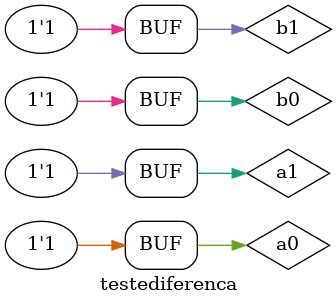
<source format=v>


module meiaDiferenca (s0, s1, a, b);

 output s0, s1;
 input a,  b;
 wire w1;
 
 xor (s0, a, b);
 not (w1, a);
 and (s1, w1, b);

 	
endmodule //meiaDiferenca

// ---------------------
// --Diferenca-Completa
// ---------------------

module DiferencaCompleta (s0, s1, a, b, vaium);

input a, b, vaium;
output s0, s1;
wire w0, w1, w2;

meiaDiferenca DC1 (w0, w1, a, b);
meiaDiferenca DC2 (s0, w2, w0, vaium);
or (s1, w2, w1);

endmodule // DiferencaCompleta

// ---------------------
// --Diferenca-2bits
// ---------------------
module diferenca (s0, s1, a0, a1, b0, b1);

input a0, a1, b0, b1;
output s0, s1;
wire w0, w1;

meiaDiferenca DC1 (s0, w0, a0, b0);
DiferencaCompleta DC2 (s1, w1, a1, b1, w0);


endmodule //diferenca



module testediferenca;

reg a0, a1, b0, b1;
wire s0, s1;

diferenca D1 (s0, s1, a0, a1, b0, b1);

  
  initial begin:start
  
   a0=0; a1=0; b0=0; b1=0; 
	
  end

  initial begin: main
 
   
	 $display("Exercicio 05-02 - Julio Cezar Taveira Araujo - 380776");
         $display("Test DifenrecaCompleta 2 bits");
			$display("aa - bb = ss");	   
      	$monitor("%b%b - %b%b = %b%b",a1, a0, b1, b0, s1, s0);
   
	 
   #1 a0=0; a1=0; b0=0; b1=0; 
	#1 a0=0; a1=0; b0=0; b1=1;
	#1 a0=0; a1=0; b0=1; b1=0;
	#1 a0=0; a1=0; b0=1; b1=1;
   #1 a0=0; a1=1; b0=0; b1=0;
	#1 a0=0; a1=1; b0=0; b1=1;
   #1 a0=0; a1=1; b0=1; b1=0; 
	#1 a0=0; a1=1; b0=1; b1=1;
   #1 a0=1; a1=0; b0=0; b1=0;
	#1 a0=1; a1=0; b0=0; b1=1;
   #1 a0=1; a1=0; b0=1; b1=0;
   #1 a0=1; a1=0; b0=1; b1=1;
	#1 a0=1; a1=1; b0=0; b1=0;
	#1 a0=1; a1=1; b0=0; b1=1;
	#1 a0=1; a1=1; b0=1; b1=0;
	#1 a0=1; a1=1; b0=1; b1=1;	
   
    
  end
endmodule //testediferenca
</source>
